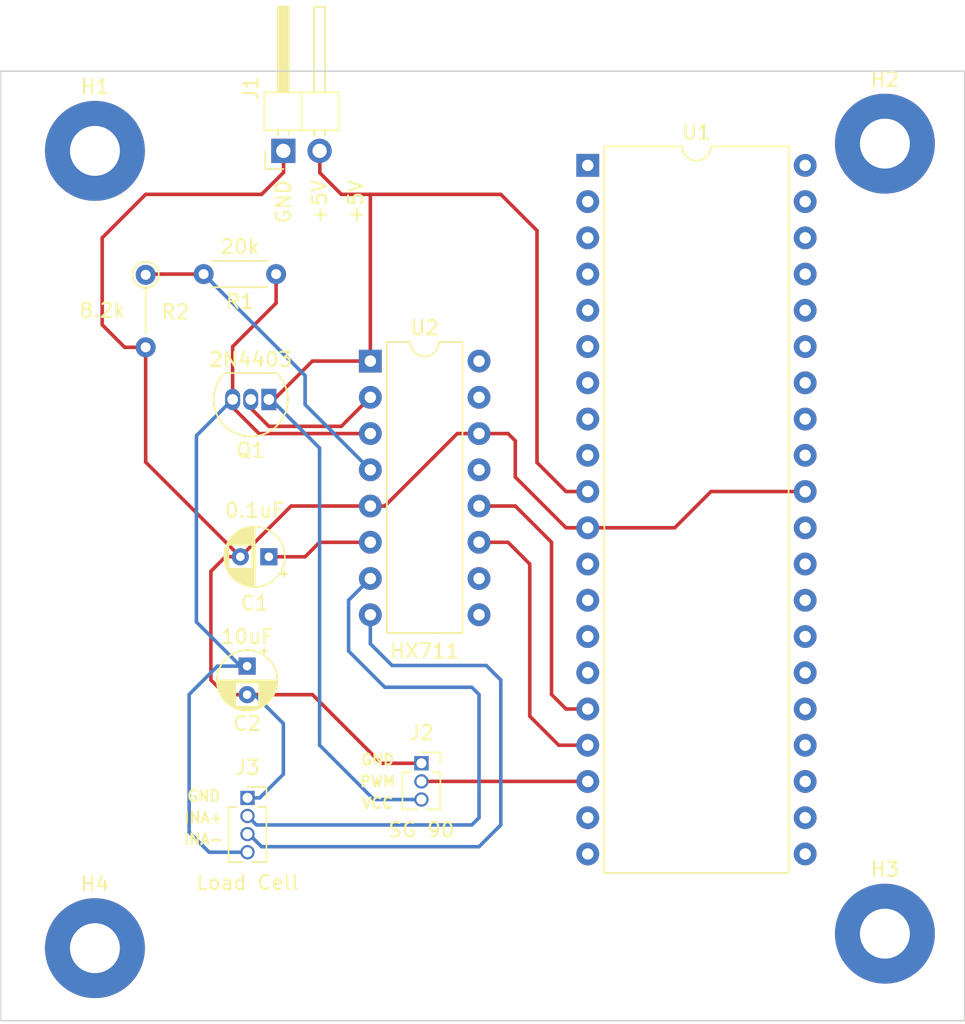
<source format=kicad_pcb>
(kicad_pcb (version 20211014) (generator pcbnew)
  (layers (0 "F.Cu" signal) (31 "B.Cu" signal) (34 "B.Paste" user) (35 "F.Paste" user) (36 "B.SilkS" user "B.Silkscreen") (37 "F.SilkS" user "F.Silkscreen") (38 "B.Mask" user) (39 "F.Mask" user) (44 "Edge.Cuts" user))
  (net 0 "")
  (net 1 "Net-(C1-Pad1)")
  (net 2 "Net-(C1-Pad2)")
  (net 3 "Net-(C2-Pad1)")
  (net 4 "Net-(J2-Pad2)")
  (net 5 "Net-(Q1-Pad2)")
  (net 6 "Net-(R1-Pad2)")
  (net 20 "Net-(U1-Pad16)")
  (net 21 "Net-(U1-Pad17)")
  (net 43 "Net-(J2-Pad3)")
  (net 44 "Net-(J3-Pad2)")
  (net 49 "Net-(J3-Pad3)")
  (footprint "Resistor_THT:R_Axial_DIN0204_L3.6mm_D1.6mm_P5.08mm_Vertical" (layer "F.Cu") (at 136.144 103.174 -90)
    (fp_text reference "R2" (at 2.602 -2.082 180) (layer "F.SilkS"))
    (fp_text value "8.2k" (at 2.49 3.048 180) (layer "F.SilkS"))
    (fp_line (start 0.92 0) (end 4.08 0) (layer "F.SilkS") (width 0.12))
    (fp_circle (center 0 0) (end 0.92 0) (layer "F.SilkS") (width 0.12) (fill none))
    (pad "1" thru_hole circle (at 0 0 270) (size 1.4 1.4) (drill 0.7) (layers *.Cu *.Mask) (net 6 "Net-(R1-Pad2)"))
    (pad "2" thru_hole oval (at 5.08 0 270) (size 1.4 1.4) (drill 0.7) (layers *.Cu *.Mask) (net 2 "Net-(C1-Pad2)"))
  )
  (footprint "MountingHole:MountingHole_3.5mm_Pad" (layer "F.Cu") (at 187.96 149.352)
    (fp_text reference "H3" (at 0 -4.5) (layer "F.SilkS"))
    (fp_text value "MountingHole")
    (pad "1" thru_hole circle (at 0 0) (size 7 7) (drill 3.5) (layers *.Cu *.Mask))
  )
  (footprint "MountingHole:MountingHole_3.5mm_Pad" (layer "F.Cu") (at 187.96 93.98)
    (fp_text reference "H2" (at 0 -4.5) (layer "F.SilkS"))
    (fp_text value "MountingHole")
    (pad "1" thru_hole circle (at 0 0) (size 7 7) (drill 3.5) (layers *.Cu *.Mask))
  )
  (footprint "Package_TO_SOT_THT:TO-92_Inline" (layer "F.Cu") (at 144.78 111.908 180)
    (fp_text reference "Q1" (at 1.27 -3.56) (layer "F.SilkS"))
    (fp_text value "2N4403" (at 1.27 2.79) (layer "F.SilkS"))
    (fp_line (start -0.53 1.85) (end 3.07 1.85) (layer "F.SilkS") (width 0.12))
    (fp_arc (start -0.568478 1.838478) (mid -1.132087 -0.994977) (end 1.27 -2.6) (layer "F.SilkS") (width 0.12))
    (fp_arc (start 1.27 -2.6) (mid 3.672087 -0.994977) (end 3.108478 1.838478) (layer "F.SilkS") (width 0.12))
    (pad "1" thru_hole rect (at 0 0 180) (size 1.05 1.5) (drill 0.75) (layers *.Cu *.Mask) (net 43 "Net-(J2-Pad3)"))
    (pad "2" thru_hole oval (at 1.27 0 180) (size 1.05 1.5) (drill 0.75) (layers *.Cu *.Mask) (net 5 "Net-(Q1-Pad2)"))
    (pad "3" thru_hole oval (at 2.54 0 180) (size 1.05 1.5) (drill 0.75) (layers *.Cu *.Mask) (net 3 "Net-(C2-Pad1)"))
  )
  (footprint "MountingHole:MountingHole_3.5mm_Pad" (layer "F.Cu") (at 132.588 150.368)
    (fp_text reference "H4" (at 0 -4.5) (layer "F.SilkS"))
    (fp_text value "MountingHole")
    (pad "1" thru_hole circle (at 0 0) (size 7 7) (drill 3.5) (layers *.Cu *.Mask))
  )
  (footprint "Connector_PinHeader_2.54mm:PinHeader_1x02_P2.54mm_Horizontal" (layer "F.Cu") (at 145.796 94.488 90)
    (fp_text reference "J1" (at 4.385 -2.27 90) (layer "F.SilkS"))
    (fp_text value "Conn_01x02")
    (fp_line (start 1.11 -0.38) (end 1.44 -0.38) (layer "F.SilkS") (width 0.12))
    (fp_line (start 1.042929 2.16) (end 1.44 2.16) (layer "F.SilkS") (width 0.12))
    (fp_line (start 10.1 2.92) (end 4.1 2.92) (layer "F.SilkS") (width 0.12))
    (fp_line (start 1.44 3.87) (end 4.1 3.87) (layer "F.SilkS") (width 0.12))
    (fp_line (start 4.1 2.16) (end 10.1 2.16) (layer "F.SilkS") (width 0.12))
    (fp_line (start 4.1 -0.08) (end 10.1 -0.08) (layer "F.SilkS") (width 0.12))
    (fp_line (start 10.1 2.16) (end 10.1 2.92) (layer "F.SilkS") (width 0.12))
    (fp_line (start 4.1 -0.38) (end 10.1 -0.38) (layer "F.SilkS") (width 0.12))
    (fp_line (start 4.1 0.28) (end 10.1 0.28) (layer "F.SilkS") (width 0.12))
    (fp_line (start 10.1 -0.38) (end 10.1 0.38) (layer "F.SilkS") (width 0.12))
    (fp_line (start -1.27 -1.27) (end 0 -1.27) (layer "F.SilkS") (width 0.12))
    (fp_line (start 10.1 0.38) (end 4.1 0.38) (layer "F.SilkS") (width 0.12))
    (fp_line (start 4.1 -0.2) (end 10.1 -0.2) (layer "F.SilkS") (width 0.12))
    (fp_line (start 1.042929 2.92) (end 1.44 2.92) (layer "F.SilkS") (width 0.12))
    (fp_line (start 1.44 1.27) (end 4.1 1.27) (layer "F.SilkS") (width 0.12))
    (fp_line (start -1.27 0) (end -1.27 -1.27) (layer "F.SilkS") (width 0.12))
    (fp_line (start 4.1 -0.32) (end 10.1 -0.32) (layer "F.SilkS") (width 0.12))
    (fp_line (start 4.1 -1.33) (end 1.44 -1.33) (layer "F.SilkS") (width 0.12))
    (fp_line (start 4.1 3.87) (end 4.1 -1.33) (layer "F.SilkS") (width 0.12))
    (fp_line (start 1.11 0.38) (end 1.44 0.38) (layer "F.SilkS") (width 0.12))
    (fp_line (start 1.44 -1.33) (end 1.44 3.87) (layer "F.SilkS") (width 0.12))
    (fp_line (start 4.1 0.16) (end 10.1 0.16) (layer "F.SilkS") (width 0.12))
    (fp_line (start 4.1 0.04) (end 10.1 0.04) (layer "F.SilkS") (width 0.12))
    (pad "1" thru_hole rect (at 0 0 90) (size 1.7 1.7) (drill 1) (layers *.Cu *.Mask) (net 2 "Net-(C1-Pad2)"))
    (pad "2" thru_hole oval (at 0 2.54 90) (size 1.7 1.7) (drill 1) (layers *.Cu *.Mask) (net 43 "Net-(J2-Pad3)"))
  )
  (footprint "Connector_PinSocket_1.27mm:PinSocket_1x04_P1.27mm_Vertical" (layer "F.Cu") (at 143.281 139.832)
    (fp_text reference "J3" (at 0 -2.135) (layer "F.SilkS"))
    (fp_text value "Load Cell" (at 0 5.945) (layer "F.SilkS"))
    (fp_line (start -1.33 0.635) (end -0.76 0.635) (layer "F.SilkS") (width 0.12))
    (fp_line (start 0 -0.76) (end 1.33 -0.76) (layer "F.SilkS") (width 0.12))
    (fp_line (start 0.30753 4.505) (end 1.33 4.505) (layer "F.SilkS") (width 0.12))
    (fp_line (start 0.76 0.635) (end 1.33 0.635) (layer "F.SilkS") (width 0.12))
    (fp_line (start 1.33 -0.76) (end 1.33 0) (layer "F.SilkS") (width 0.12))
    (fp_line (start -1.33 0.635) (end -1.33 4.505) (layer "F.SilkS") (width 0.12))
    (fp_line (start 1.33 0.635) (end 1.33 4.505) (layer "F.SilkS") (width 0.12))
    (fp_line (start -1.33 4.505) (end -0.30753 4.505) (layer "F.SilkS") (width 0.12))
    (pad "1" thru_hole rect (at 0 0) (size 1 1) (drill 0.7) (layers *.Cu *.Mask) (net 2 "Net-(C1-Pad2)"))
    (pad "2" thru_hole oval (at 0 1.27) (size 1 1) (drill 0.7) (layers *.Cu *.Mask) (net 44 "Net-(J3-Pad2)"))
    (pad "3" thru_hole oval (at 0 2.54) (size 1 1) (drill 0.7) (layers *.Cu *.Mask) (net 49 "Net-(J3-Pad3)"))
    (pad "4" thru_hole oval (at 0 3.81) (size 1 1) (drill 0.7) (layers *.Cu *.Mask) (net 3 "Net-(C2-Pad1)"))
  )
  (footprint "Capacitor_THT:CP_Radial_D4.0mm_P2.00mm" (layer "F.Cu") (at 144.78 122.936 180)
    (fp_text reference "C1" (at 1 -3.25) (layer "F.SilkS"))
    (fp_text value "0.1uF" (at 1 3.25) (layer "F.SilkS"))
    (fp_line (start 2.241 -1.68) (end 2.241 -0.84) (layer "F.SilkS") (width 0.12))
    (fp_line (start 1.841 0.84) (end 1.841 1.907) (layer "F.SilkS") (width 0.12))
    (fp_line (start 1.36 0.84) (end 1.36 2.05) (layer "F.SilkS") (width 0.12))
    (fp_line (start 1.48 -2.025) (end 1.48 -0.84) (layer "F.SilkS") (width 0.12))
    (fp_line (start 1.32 0.84) (end 1.32 2.056) (layer "F.SilkS") (width 0.12))
    (fp_line (start 2.281 0.84) (end 2.281 1.65) (layer "F.SilkS") (width 0.12))
    (fp_line (start 1.2 -2.071) (end 1.2 -0.84) (layer "F.SilkS") (width 0.12))
    (fp_line (start 3.041 -0.537) (end 3.041 0.537) (layer "F.SilkS") (width 0.12))
    (fp_line (start 2.801 0.84) (end 2.801 1.08) (layer "F.SilkS") (width 0.12))
    (fp_line (start 1.04 -2.08) (end 1.04 2.08) (layer "F.SilkS") (width 0.12))
    (fp_line (start 2.401 0.84) (end 2.401 1.552) (layer "F.SilkS") (width 0.12))
    (fp_line (start 1.6 -1.994) (end 1.6 -0.84) (layer "F.SilkS") (width 0.12))
    (fp_line (start 3.001 -0.664) (end 3.001 0.664) (layer "F.SilkS") (width 0.12))
    (fp_line (start 2.601 -1.351) (end 2.601 -0.84) (layer "F.SilkS") (width 0.12))
    (fp_line (start 1.881 -1.889) (end 1.881 -0.84) (layer "F.SilkS") (width 0.12))
    (fp_line (start -1.069801 -1.395) (end -1.069801 -0.995) (layer "F.SilkS") (width 0.12))
    (fp_line (start 2.321 -1.619) (end 2.321 -0.84) (layer "F.SilkS") (width 0.12))
    (fp_line (start 2.681 -1.254) (end 2.681 -0.84) (layer "F.SilkS") (width 0.12))
    (fp_line (start 1.52 -2.016) (end 1.52 -0.84) (layer "F.SilkS") (width 0.12))
    (fp_line (start 2.721 0.84) (end 2.721 1.2) (layer "F.SilkS") (width 0.12))
    (fp_line (start 1.961 -1.851) (end 1.961 -0.84) (layer "F.SilkS") (width 0.12))
    (fp_line (start 2.201 -1.708) (end 2.201 -0.84) (layer "F.SilkS") (width 0.12))
    (fp_line (start 1.32 -2.056) (end 1.32 -0.84) (layer "F.SilkS") (width 0.12))
    (fp_line (start 1.68 0.84) (end 1.68 1.968) (layer "F.SilkS") (width 0.12))
    (fp_line (start 2.521 -1.438) (end 2.521 -0.84) (layer "F.SilkS") (width 0.12))
    (fp_line (start 2.761 -1.142) (end 2.761 -0.84) (layer "F.SilkS") (width 0.12))
    (fp_line (start 2.081 0.84) (end 2.081 1.785) (layer "F.SilkS") (width 0.12))
    (fp_line (start 2.161 0.84) (end 2.161 1.735) (layer "F.SilkS") (width 0.12))
    (fp_line (start 2.721 -1.2) (end 2.721 -0.84) (layer "F.SilkS") (width 0.12))
    (fp_line (start 1.801 -1.924) (end 1.801 -0.84) (layer "F.SilkS") (width 0.12))
    (fp_line (start 1.56 -2.005) (end 1.56 -0.84) (layer "F.SilkS") (width 0.12))
    (fp_line (start 1.36 -2.05) (end 1.36 -0.84) (layer "F.SilkS") (width 0.12))
    (fp_line (start 2.841 -1.013) (end 2.841 1.013) (layer "F.SilkS") (width 0.12))
    (fp_line (start 1.64 -1.982) (end 1.64 -0.84) (layer "F.SilkS") (width 0.12))
    (fp_line (start 1.921 -1.87) (end 1.921 -0.84) (layer "F.SilkS") (width 0.12))
    (fp_line (start 1.4 0.84) (end 1.4 2.042) (layer "F.SilkS") (width 0.12))
    (fp_line (start 2.241 0.84) (end 2.241 1.68) (layer "F.SilkS") (width 0.12))
    (fp_line (start 1.721 -1.954) (end 1.721 -0.84) (layer "F.SilkS") (width 0.12))
    (fp_line (start 1.52 0.84) (end 1.52 2.016) (layer "F.SilkS") (width 0.12))
    (fp_line (start 1.44 0.84) (end 1.44 2.034) (layer "F.SilkS") (width 0.12))
    (fp_line (start 2.441 -1.516) (end 2.441 -0.84) (layer "F.SilkS") (width 0.12))
    (fp_line (start 2.001 -1.83) (end 2.001 -0.84) (layer "F.SilkS") (width 0.12))
    (fp_line (start 2.521 0.84) (end 2.521 1.438) (layer "F.SilkS") (width 0.12))
    (fp_line (start 2.041 -1.808) (end 2.041 -0.84) (layer "F.SilkS") (width 0.12))
    (fp_line (start 1.56 0.84) (end 1.56 2.005) (layer "F.SilkS") (width 0.12))
    (fp_line (start 1.16 -2.074) (end 1.16 2.074) (layer "F.SilkS") (width 0.12))
    (fp_line (start 1.921 0.84) (end 1.921 1.87) (layer "F.SilkS") (width 0.12))
    (fp_line (start 2.561 0.84) (end 2.561 1.396) (layer "F.SilkS") (width 0.12))
    (fp_line (start 2.481 0.84) (end 2.481 1.478) (layer "F.SilkS") (width 0.12))
    (fp_line (start 2.441 0.84) (end 2.441 1.516) (layer "F.SilkS") (width 0.12))
    (fp_line (start 2.361 0.84) (end 2.361 1.587) (layer "F.SilkS") (width 0.12))
    (fp_line (start 2.641 -1.304) (end 2.641 -0.84) (layer "F.SilkS") (width 0.12))
    (fp_line (start 2.361 -1.587) (end 2.361 -0.84) (layer "F.SilkS") (width 0.12))
    (fp_line (start 1.6 0.84) (end 1.6 1.994) (layer "F.SilkS") (width 0.12))
    (fp_line (start -1.269801 -1.195) (end -0.869801 -1.195) (layer "F.SilkS") (width 0.12))
    (fp_line (start 2.601 0.84) (end 2.601 1.351) (layer "F.SilkS") (width 0.12))
    (fp_line (start 1.4 -2.042) (end 1.4 -0.84) (layer "F.SilkS") (width 0.12))
    (fp_line (start 1.24 -2.067) (end 1.24 -0.84) (layer "F.SilkS") (width 0.12))
    (fp_line (start 2.561 -1.396) (end 2.561 -0.84) (layer "F.SilkS") (width 0.12))
    (fp_line (start 1.64 0.84) (end 1.64 1.982) (layer "F.SilkS") (width 0.12))
    (fp_line (start 1.961 0.84) (end 1.961 1.851) (layer "F.SilkS") (width 0.12))
    (fp_line (start 1.761 0.84) (end 1.761 1.94) (layer "F.SilkS") (width 0.12))
    (fp_line (start 1.721 0.84) (end 1.721 1.954) (layer "F.SilkS") (width 0.12))
    (fp_line (start 2.761 0.84) (end 2.761 1.142) (layer "F.SilkS") (width 0.12))
    (fp_line (start 2.121 -1.76) (end 2.121 -0.84) (layer "F.SilkS") (width 0.12))
    (fp_line (start 1.12 -2.077) (end 1.12 2.077) (layer "F.SilkS") (width 0.12))
    (fp_line (start 1.28 -2.062) (end 1.28 -0.84) (layer "F.SilkS") (width 0.12))
    (fp_line (start 2.121 0.84) (end 2.121 1.76) (layer "F.SilkS") (width 0.12))
    (fp_line (start 2.201 0.84) (end 2.201 1.708) (layer "F.SilkS") (width 0.12))
    (fp_line (start 1.841 -1.907) (end 1.841 -0.84) (layer "F.SilkS") (width 0.12))
    (fp_line (start 2.081 -1.785) (end 2.081 -0.84) (layer "F.SilkS") (width 0.12))
    (fp_line (start 1.801 0.84) (end 1.801 1.924) (layer "F.SilkS") (width 0.12))
    (fp_line (start 1.2 0.84) (end 1.2 2.071) (layer "F.SilkS") (width 0.12))
    (fp_line (start 1.28 0.84) (end 1.28 2.062) (layer "F.SilkS") (width 0.12))
    (fp_line (start 2.321 0.84) (end 2.321 1.619) (layer "F.SilkS") (width 0.12))
    (fp_line (start 1.761 -1.94) (end 1.761 -0.84) (layer "F.SilkS") (width 0.12))
    (fp_line (start 2.041 0.84) (end 2.041 1.808) (layer "F.SilkS") (width 0.12))
    (fp_line (start 1.48 0.84) (end 1.48 2.025) (layer "F.SilkS") (width 0.12))
    (fp_line (start 1.24 0.84) (end 1.24 2.067) (layer "F.SilkS") (width 0.12))
    (fp_line (start 1.881 0.84) (end 1.881 1.889) (layer "F.SilkS") (width 0.12))
    (fp_line (start 2.401 -1.552) (end 2.401 -0.84) (layer "F.SilkS") (width 0.12))
    (fp_line (start 1.68 -1.968) (end 1.68 -0.84) (layer "F.SilkS") (width 0.12))
    (fp_line (start 3.081 -0.37) (end 3.081 0.37) (layer "F.SilkS") (width 0.12))
    (fp_line (start 2.801 -1.08) (end 2.801 -0.84) (layer "F.SilkS") (width 0.12))
    (fp_line (start 1 -2.08) (end 1 2.08) (layer "F.SilkS") (width 0.12))
    (fp_line (start 2.161 -1.735) (end 2.161 -0.84) (layer "F.SilkS") (width 0.12))
    (fp_line (start 1.08 -2.079) (end 1.08 2.079) (layer "F.SilkS") (width 0.12))
    (fp_line (start 2.001 0.84) (end 2.001 1.83) (layer "F.SilkS") (width 0.12))
    (fp_line (start 2.961 -0.768) (end 2.961 0.768) (layer "F.SilkS") (width 0.12))
    (fp_line (start 1.44 -2.034) (end 1.44 -0.84) (layer "F.SilkS") (width 0.12))
    (fp_line (start 2.281 -1.65) (end 2.281 -0.84) (layer "F.SilkS") (width 0.12))
    (fp_line (start 2.481 -1.478) (end 2.481 -0.84) (layer "F.SilkS") (width 0.12))
    (fp_line (start 2.881 -0.94) (end 2.881 0.94) (layer "F.SilkS") (width 0.12))
    (fp_line (start 2.641 0.84) (end 2.641 1.304) (layer "F.SilkS") (width 0.12))
    (fp_line (start 2.681 0.84) (end 2.681 1.254) (layer "F.SilkS") (width 0.12))
    (fp_line (start 2.921 -0.859) (end 2.921 0.859) (layer "F.SilkS") (width 0.12))
    (fp_circle (center 1 0) (end 3.12 0) (layer "F.SilkS") (width 0.12) (fill none))
    (pad "1" thru_hole rect (at 0 0 180) (size 1.2 1.2) (drill 0.6) (layers *.Cu *.Mask) (net 1 "Net-(C1-Pad1)"))
    (pad "2" thru_hole circle (at 2 0 180) (size 1.2 1.2) (drill 0.6) (layers *.Cu *.Mask) (net 2 "Net-(C1-Pad2)"))
  )
  (footprint "Connector_PinSocket_1.27mm:PinSocket_1x03_P1.27mm_Vertical" (layer "F.Cu") (at 155.473 137.409)
    (fp_text reference "J2" (at 0 -2.135) (layer "F.SilkS"))
    (fp_text value "SG 90" (at 0 4.675) (layer "F.SilkS"))
    (fp_line (start -1.33 3.235) (end -0.30753 3.235) (layer "F.SilkS") (width 0.12))
    (fp_line (start 1.33 -0.76) (end 1.33 0) (layer "F.SilkS") (width 0.12))
    (fp_line (start 1.33 0.635) (end 1.33 3.235) (layer "F.SilkS") (width 0.12))
    (fp_line (start 0.76 0.635) (end 1.33 0.635) (layer "F.SilkS") (width 0.12))
    (fp_line (start -1.33 0.635) (end -0.76 0.635) (layer "F.SilkS") (width 0.12))
    (fp_line (start 0 -0.76) (end 1.33 -0.76) (layer "F.SilkS") (width 0.12))
    (fp_line (start -1.33 0.635) (end -1.33 3.235) (layer "F.SilkS") (width 0.12))
    (fp_line (start 0.30753 3.235) (end 1.33 3.235) (layer "F.SilkS") (width 0.12))
    (pad "1" thru_hole rect (at 0 0) (size 1 1) (drill 0.7) (layers *.Cu *.Mask) (net 2 "Net-(C1-Pad2)"))
    (pad "2" thru_hole oval (at 0 1.27) (size 1 1) (drill 0.7) (layers *.Cu *.Mask) (net 4 "Net-(J2-Pad2)"))
    (pad "3" thru_hole oval (at 0 2.54) (size 1 1) (drill 0.7) (layers *.Cu *.Mask) (net 43 "Net-(J2-Pad3)"))
  )
  (footprint "Package_DIP:DIP-14_W7.62mm" (layer "F.Cu") (at 151.892 109.22)
    (fp_text reference "U2" (at 3.81 -2.33) (layer "F.SilkS"))
    (fp_text value "HX711" (at 3.81 20.32) (layer "F.SilkS"))
    (fp_line (start 1.16 -1.33) (end 1.16 16.57) (layer "F.SilkS") (width 0.12))
    (fp_line (start 2.81 -1.33) (end 1.16 -1.33) (layer "F.SilkS") (width 0.12))
    (fp_line (start 1.16 19.05) (end 6.46 19.05) (layer "F.SilkS") (width 0.12))
    (fp_line (start 6.46 -1.33) (end 4.81 -1.33) (layer "F.SilkS") (width 0.12))
    (fp_line (start 1.16 19.05) (end 1.16 16.57) (layer "F.SilkS") (width 0.12))
    (fp_line (start 6.46 16.57) (end 6.46 -1.33) (layer "F.SilkS") (width 0.12))
    (fp_line (start 6.46 16.57) (end 6.46 19.05) (layer "F.SilkS") (width 0.12))
    (fp_arc (start 4.81 -1.33) (mid 3.81 -0.33) (end 2.81 -1.33) (layer "F.SilkS") (width 0.12))
    (pad "1" thru_hole rect (at 0 0) (size 1.6 1.6) (drill 0.8) (layers *.Cu *.Mask) (net 43 "Net-(J2-Pad3)"))
    (pad "2" thru_hole oval (at 0 2.54) (size 1.6 1.6) (drill 0.8) (layers *.Cu *.Mask) (net 5 "Net-(Q1-Pad2)"))
    (pad "3" thru_hole oval (at 0 5.08) (size 1.6 1.6) (drill 0.8) (layers *.Cu *.Mask) (net 3 "Net-(C2-Pad1)"))
    (pad "4" thru_hole oval (at 0 7.62) (size 1.6 1.6) (drill 0.8) (layers *.Cu *.Mask) (net 6 "Net-(R1-Pad2)"))
    (pad "5" thru_hole oval (at 0 10.16) (size 1.6 1.6) (drill 0.8) (layers *.Cu *.Mask) (net 2 "Net-(C1-Pad2)"))
    (pad "6" thru_hole oval (at 0 12.7) (size 1.6 1.6) (drill 0.8) (layers *.Cu *.Mask) (net 1 "Net-(C1-Pad1)"))
    (pad "7" thru_hole oval (at 0 15.24) (size 1.6 1.6) (drill 0.8) (layers *.Cu *.Mask) (net 44 "Net-(J3-Pad2)"))
    (pad "8" thru_hole oval (at 0 17.78) (size 1.6 1.6) (drill 0.8) (layers *.Cu *.Mask) (net 49 "Net-(J3-Pad3)"))
    (pad "9" thru_hole oval (at 7.62 17.78) (size 1.6 1.6) (drill 0.8) (layers *.Cu *.Mask))
    (pad "10" thru_hole oval (at 7.62 15.24) (size 1.6 1.6) (drill 0.8) (layers *.Cu *.Mask))
    (pad "11" thru_hole oval (at 7.62 12.7) (size 1.6 1.6) (drill 0.8) (layers *.Cu *.Mask) (net 21 "Net-(U1-Pad17)"))
    (pad "12" thru_hole oval (at 7.62 10.16) (size 1.6 1.6) (drill 0.8) (layers *.Cu *.Mask) (net 20 "Net-(U1-Pad16)"))
    (pad "13" thru_hole oval (at 7.62 7.62) (size 1.6 1.6) (drill 0.8) (layers *.Cu *.Mask))
    (pad "14" thru_hole oval (at 7.62 5.08) (size 1.6 1.6) (drill 0.8) (layers *.Cu *.Mask) (net 2 "Net-(C1-Pad2)"))
    (pad "15" thru_hole oval (at 7.62 2.54) (size 1.6 1.6) (drill 0.8) (layers *.Cu *.Mask) (net 2 "Net-(C1-Pad2)"))
    (pad "16" thru_hole oval (at 7.62 0) (size 1.6 1.6) (drill 0.8) (layers *.Cu *.Mask))
  )
  (footprint "Package_DIP:DIP-40_W15.24mm" (layer "F.Cu") (at 167.132 95.504)
    (fp_text reference "U1" (at 7.62 -2.33) (layer "F.SilkS"))
    (fp_text value "ATmega32")
    (fp_line (start 14.08 -1.33) (end 8.62 -1.33) (layer "F.SilkS") (width 0.12))
    (fp_line (start 6.62 -1.33) (end 1.16 -1.33) (layer "F.SilkS") (width 0.12))
    (fp_line (start 14.08 49.59) (end 14.08 -1.33) (layer "F.SilkS") (width 0.12))
    (fp_line (start 1.16 -1.33) (end 1.16 49.59) (layer "F.SilkS") (width 0.12))
    (fp_line (start 1.16 49.59) (end 14.08 49.59) (layer "F.SilkS") (width 0.12))
    (fp_arc (start 8.62 -1.33) (mid 7.62 -0.33) (end 6.62 -1.33) (layer "F.SilkS") (width 0.12))
    (pad "1" thru_hole rect (at 0 0) (size 1.6 1.6) (drill 0.8) (layers *.Cu *.Mask))
    (pad "2" thru_hole oval (at 0 2.54) (size 1.6 1.6) (drill 0.8) (layers *.Cu *.Mask))
    (pad "3" thru_hole oval (at 0 5.08) (size 1.6 1.6) (drill 0.8) (layers *.Cu *.Mask))
    (pad "4" thru_hole oval (at 0 7.62) (size 1.6 1.6) (drill 0.8) (layers *.Cu *.Mask))
    (pad "5" thru_hole oval (at 0 10.16) (size 1.6 1.6) (drill 0.8) (layers *.Cu *.Mask))
    (pad "6" thru_hole oval (at 0 12.7) (size 1.6 1.6) (drill 0.8) (layers *.Cu *.Mask))
    (pad "7" thru_hole oval (at 0 15.24) (size 1.6 1.6) (drill 0.8) (layers *.Cu *.Mask))
    (pad "8" thru_hole oval (at 0 17.78) (size 1.6 1.6) (drill 0.8) (layers *.Cu *.Mask))
    (pad "9" thru_hole oval (at 0 20.32) (size 1.6 1.6) (drill 0.8) (layers *.Cu *.Mask))
    (pad "10" thru_hole oval (at 0 22.86) (size 1.6 1.6) (drill 0.8) (layers *.Cu *.Mask) (net 43 "Net-(J2-Pad3)"))
    (pad "11" thru_hole oval (at 0 25.4) (size 1.6 1.6) (drill 0.8) (layers *.Cu *.Mask) (net 2 "Net-(C1-Pad2)"))
    (pad "12" thru_hole oval (at 0 27.94) (size 1.6 1.6) (drill 0.8) (layers *.Cu *.Mask))
    (pad "13" thru_hole oval (at 0 30.48) (size 1.6 1.6) (drill 0.8) (layers *.Cu *.Mask))
    (pad "14" thru_hole oval (at 0 33.02) (size 1.6 1.6) (drill 0.8) (layers *.Cu *.Mask))
    (pad "15" thru_hole oval (at 0 35.56) (size 1.6 1.6) (drill 0.8) (layers *.Cu *.Mask))
    (pad "16" thru_hole oval (at 0 38.1) (size 1.6 1.6) (drill 0.8) (layers *.Cu *.Mask) (net 20 "Net-(U1-Pad16)"))
    (pad "17" thru_hole oval (at 0 40.64) (size 1.6 1.6) (drill 0.8) (layers *.Cu *.Mask) (net 21 "Net-(U1-Pad17)"))
    (pad "18" thru_hole oval (at 0 43.18) (size 1.6 1.6) (drill 0.8) (layers *.Cu *.Mask) (net 4 "Net-(J2-Pad2)"))
    (pad "19" thru_hole oval (at 0 45.72) (size 1.6 1.6) (drill 0.8) (layers *.Cu *.Mask))
    (pad "20" thru_hole oval (at 0 48.26) (size 1.6 1.6) (drill 0.8) (layers *.Cu *.Mask))
    (pad "21" thru_hole oval (at 15.24 48.26) (size 1.6 1.6) (drill 0.8) (layers *.Cu *.Mask))
    (pad "22" thru_hole oval (at 15.24 45.72) (size 1.6 1.6) (drill 0.8) (layers *.Cu *.Mask))
    (pad "23" thru_hole oval (at 15.24 43.18) (size 1.6 1.6) (drill 0.8) (layers *.Cu *.Mask))
    (pad "24" thru_hole oval (at 15.24 40.64) (size 1.6 1.6) (drill 0.8) (layers *.Cu *.Mask))
    (pad "25" thru_hole oval (at 15.24 38.1) (size 1.6 1.6) (drill 0.8) (layers *.Cu *.Mask))
    (pad "26" thru_hole oval (at 15.24 35.56) (size 1.6 1.6) (drill 0.8) (layers *.Cu *.Mask))
    (pad "27" thru_hole oval (at 15.24 33.02) (size 1.6 1.6) (drill 0.8) (layers *.Cu *.Mask))
    (pad "28" thru_hole oval (at 15.24 30.48) (size 1.6 1.6) (drill 0.8) (layers *.Cu *.Mask))
    (pad "29" thru_hole oval (at 15.24 27.94) (size 1.6 1.6) (drill 0.8) (layers *.Cu *.Mask))
    (pad "30" thru_hole oval (at 15.24 25.4) (size 1.6 1.6) (drill 0.8) (layers *.Cu *.Mask))
    (pad "31" thru_hole oval (at 15.24 22.86) (size 1.6 1.6) (drill 0.8) (layers *.Cu *.Mask) (net 2 "Net-(C1-Pad2)"))
    (pad "32" thru_hole oval (at 15.24 20.32) (size 1.6 1.6) (drill 0.8) (layers *.Cu *.Mask))
    (pad "33" thru_hole oval (at 15.24 17.78) (size 1.6 1.6) (drill 0.8) (layers *.Cu *.Mask))
    (pad "34" thru_hole oval (at 15.24 15.24) (size 1.6 1.6) (drill 0.8) (layers *.Cu *.Mask))
    (pad "35" thru_hole oval (at 15.24 12.7) (size 1.6 1.6) (drill 0.8) (layers *.Cu *.Mask))
    (pad "36" thru_hole oval (at 15.24 10.16) (size 1.6 1.6) (drill 0.8) (layers *.Cu *.Mask))
    (pad "37" thru_hole oval (at 15.24 7.62) (size 1.6 1.6) (drill 0.8) (layers *.Cu *.Mask))
    (pad "38" thru_hole oval (at 15.24 5.08) (size 1.6 1.6) (drill 0.8) (layers *.Cu *.Mask))
    (pad "39" thru_hole oval (at 15.24 2.54) (size 1.6 1.6) (drill 0.8) (layers *.Cu *.Mask))
    (pad "40" thru_hole oval (at 15.24 0) (size 1.6 1.6) (drill 0.8) (layers *.Cu *.Mask))
  )
  (footprint "Resistor_THT:R_Axial_DIN0204_L3.6mm_D1.6mm_P5.08mm_Horizontal" (layer "F.Cu") (at 145.288 103.124 180)
    (fp_text reference "R1" (at 2.54 -1.92) (layer "F.SilkS"))
    (fp_text value "20k" (at 2.54 1.92) (layer "F.SilkS"))
    (fp_line (start 0.62 -0.92) (end 4.46 -0.92) (layer "F.SilkS") (width 0.12))
    (fp_line (start 0.62 0.92) (end 4.46 0.92) (layer "F.SilkS") (width 0.12))
    (pad "1" thru_hole circle (at 0 0 180) (size 1.4 1.4) (drill 0.7) (layers *.Cu *.Mask) (net 3 "Net-(C2-Pad1)"))
    (pad "2" thru_hole oval (at 5.08 0 180) (size 1.4 1.4) (drill 0.7) (layers *.Cu *.Mask) (net 6 "Net-(R1-Pad2)"))
  )
  (footprint "Capacitor_THT:CP_Radial_D4.0mm_P2.00mm" (layer "F.Cu") (at 143.256 130.599401 -90)
    (fp_text reference "C2" (at 4.020599 0 180) (layer "F.SilkS"))
    (fp_text value "10uF" (at -2.075401 0 180) (layer "F.SilkS"))
    (fp_line (start 2.801 0.84) (end 2.801 1.08) (layer "F.SilkS") (width 0.12))
    (fp_line (start 1.921 0.84) (end 1.921 1.87) (layer "F.SilkS") (width 0.12))
    (fp_line (start 2.801 -1.08) (end 2.801 -0.84) (layer "F.SilkS") (width 0.12))
    (fp_line (start 1 -2.08) (end 1 2.08) (layer "F.SilkS") (width 0.12))
    (fp_line (start 1.24 -2.067) (end 1.24 -0.84) (layer "F.SilkS") (width 0.12))
    (fp_line (start 2.281 -1.65) (end 2.281 -0.84) (layer "F.SilkS") (width 0.12))
    (fp_line (start 1.4 0.84) (end 1.4 2.042) (layer "F.SilkS") (width 0.12))
    (fp_line (start 2.721 0.84) (end 2.721 1.2) (layer "F.SilkS") (width 0.12))
    (fp_line (start 2.121 0.84) (end 2.121 1.76) (layer "F.SilkS") (width 0.12))
    (fp_line (start 2.761 0.84) (end 2.761 1.142) (layer "F.SilkS") (width 0.12))
    (fp_line (start 3.081 -0.37) (end 3.081 0.37) (layer "F.SilkS") (width 0.12))
    (fp_line (start 1.961 0.84) (end 1.961 1.851) (layer "F.SilkS") (width 0.12))
    (fp_line (start 2.481 0.84) (end 2.481 1.478) (layer "F.SilkS") (width 0.12))
    (fp_line (start 2.521 -1.438) (end 2.521 -0.84) (layer "F.SilkS") (width 0.12))
    (fp_line (start 1.32 -2.056) (end 1.32 -0.84) (layer "F.SilkS") (width 0.12))
    (fp_line (start 3.041 -0.537) (end 3.041 0.537) (layer "F.SilkS") (width 0.12))
    (fp_line (start 1.08 -2.079) (end 1.08 2.079) (layer "F.SilkS") (width 0.12))
    (fp_line (start 1.48 0.84) (end 1.48 2.025) (layer "F.SilkS") (width 0.12))
    (fp_line (start 1.52 0.84) (end 1.52 2.016) (layer "F.SilkS") (width 0.12))
    (fp_line (start 1.761 0.84) (end 1.761 1.94) (layer "F.SilkS") (width 0.12))
    (fp_line (start 3.001 -0.664) (end 3.001 0.664) (layer "F.SilkS") (width 0.12))
    (fp_line (start 2.281 0.84) (end 2.281 1.65) (layer "F.SilkS") (width 0.12))
    (fp_line (start 2.001 0.84) (end 2.001 1.83) (layer "F.SilkS") (width 0.12))
    (fp_line (start 1.761 -1.94) (end 1.761 -0.84) (layer "F.SilkS") (width 0.12))
    (fp_line (start -1.269801 -1.195) (end -0.869801 -1.195) (layer "F.SilkS") (width 0.12))
    (fp_line (start 1.52 -2.016) (end 1.52 -0.84) (layer "F.SilkS") (width 0.12))
    (fp_line (start 1.801 -1.924) (end 1.801 -0.84) (layer "F.SilkS") (width 0.12))
    (fp_line (start 1.68 -1.968) (end 1.68 -0.84) (layer "F.SilkS") (width 0.12))
    (fp_line (start 2.961 -0.768) (end 2.961 0.768) (layer "F.SilkS") (width 0.12))
    (fp_line (start 1.961 -1.851) (end 1.961 -0.84) (layer "F.SilkS") (width 0.12))
    (fp_line (start 2.841 -1.013) (end 2.841 1.013) (layer "F.SilkS") (width 0.12))
    (fp_line (start 2.601 0.84) (end 2.601 1.351) (layer "F.SilkS") (width 0.12))
    (fp_line (start 2.201 0.84) (end 2.201 1.708) (layer "F.SilkS") (width 0.12))
    (fp_line (start 2.161 0.84) (end 2.161 1.735) (layer "F.SilkS") (width 0.12))
    (fp_line (start 2.441 -1.516) (end 2.441 -0.84) (layer "F.SilkS") (width 0.12))
    (fp_line (start 1.2 0.84) (end 1.2 2.071) (layer "F.SilkS") (width 0.12))
    (fp_line (start 1.12 -2.077) (end 1.12 2.077) (layer "F.SilkS") (width 0.12))
    (fp_line (start 2.441 0.84) (end 2.441 1.516) (layer "F.SilkS") (width 0.12))
    (fp_line (start 1.56 -2.005) (end 1.56 -0.84) (layer "F.SilkS") (width 0.12))
    (fp_line (start 2.881 -0.94) (end 2.881 0.94) (layer "F.SilkS") (width 0.12))
    (fp_line (start 2.721 -1.2) (end 2.721 -0.84) (layer "F.SilkS") (width 0.12))
    (fp_line (start 2.481 -1.478) (end 2.481 -0.84) (layer "F.SilkS") (width 0.12))
    (fp_line (start 2.361 0.84) (end 2.361 1.587) (layer "F.SilkS") (width 0.12))
    (fp_line (start 2.561 -1.396) (end 2.561 -0.84) (layer "F.SilkS") (width 0.12))
    (fp_line (start 2.241 -1.68) (end 2.241 -0.84) (layer "F.SilkS") (width 0.12))
    (fp_line (start 1.44 0.84) (end 1.44 2.034) (layer "F.SilkS") (width 0.12))
    (fp_line (start 1.32 0.84) (end 1.32 2.056) (layer "F.SilkS") (width 0.12))
    (fp_line (start 2.681 0.84) (end 2.681 1.254) (layer "F.SilkS") (width 0.12))
    (fp_line (start 1.36 0.84) (end 1.36 2.05) (layer "F.SilkS") (width 0.12))
    (fp_line (start 2.121 -1.76) (end 2.121 -0.84) (layer "F.SilkS") (width 0.12))
    (fp_line (start 1.6 -1.994) (end 1.6 -0.84) (layer "F.SilkS") (width 0.12))
    (fp_line (start 1.44 -2.034) (end 1.44 -0.84) (layer "F.SilkS") (width 0.12))
    (fp_line (start 1.721 0.84) (end 1.721 1.954) (layer "F.SilkS") (width 0.12))
    (fp_line (start 1.721 -1.954) (end 1.721 -0.84) (layer "F.SilkS") (width 0.12))
    (fp_line (start 2.001 -1.83) (end 2.001 -0.84) (layer "F.SilkS") (width 0.12))
    (fp_line (start -1.069801 -1.395) (end -1.069801 -0.995) (layer "F.SilkS") (width 0.12))
    (fp_line (start 1.68 0.84) (end 1.68 1.968) (layer "F.SilkS") (width 0.12))
    (fp_line (start 1.28 -2.062) (end 1.28 -0.84) (layer "F.SilkS") (width 0.12))
    (fp_line (start 2.161 -1.735) (end 2.161 -0.84) (layer "F.SilkS") (width 0.12))
    (fp_line (start 1.64 -1.982) (end 1.64 -0.84) (layer "F.SilkS") (width 0.12))
    (fp_line (start 2.361 -1.587) (end 2.361 -0.84) (layer "F.SilkS") (width 0.12))
    (fp_line (start 2.681 -1.254) (end 2.681 -0.84) (layer "F.SilkS") (width 0.12))
    (fp_line (start 2.761 -1.142) (end 2.761 -0.84) (layer "F.SilkS") (width 0.12))
    (fp_line (start 1.56 0.84) (end 1.56 2.005) (layer "F.SilkS") (width 0.12))
    (fp_line (start 2.401 -1.552) (end 2.401 -0.84) (layer "F.SilkS") (width 0.12))
    (fp_line (start 1.881 -1.889) (end 1.881 -0.84) (layer "F.SilkS") (width 0.12))
    (fp_line (start 2.321 -1.619) (end 2.321 -0.84) (layer "F.SilkS") (width 0.12))
    (fp_line (start 2.041 0.84) (end 2.041 1.808) (layer "F.SilkS") (width 0.12))
    (fp_line (start 2.241 0.84) (end 2.241 1.68) (layer "F.SilkS") (width 0.12))
    (fp_line (start 1.6 0.84) (end 1.6 1.994) (layer "F.SilkS") (width 0.12))
    (fp_line (start 2.561 0.84) (end 2.561 1.396) (layer "F.SilkS") (width 0.12))
    (fp_line (start 1.841 0.84) (end 1.841 1.907) (layer "F.SilkS") (width 0.12))
    (fp_line (start 1.801 0.84) (end 1.801 1.924) (layer "F.SilkS") (width 0.12))
    (fp_line (start 1.24 0.84) (end 1.24 2.067) (layer "F.SilkS") (width 0.12))
    (fp_line (start 1.48 -2.025) (end 1.48 -0.84) (layer "F.SilkS") (width 0.12))
    (fp_line (start 2.081 0.84) (end 2.081 1.785) (layer "F.SilkS") (width 0.12))
    (fp_line (start 1.841 -1.907) (end 1.841 -0.84) (layer "F.SilkS") (width 0.12))
    (fp_line (start 1.04 -2.08) (end 1.04 2.08) (layer "F.SilkS") (width 0.12))
    (fp_line (start 1.16 -2.074) (end 1.16 2.074) (layer "F.SilkS") (width 0.12))
    (fp_line (start 1.4 -2.042) (end 1.4 -0.84) (layer "F.SilkS") (width 0.12))
    (fp_line (start 2.641 0.84) (end 2.641 1.304) (layer "F.SilkS") (width 0.12))
    (fp_line (start 2.521 0.84) (end 2.521 1.438) (layer "F.SilkS") (width 0.12))
    (fp_line (start 2.641 -1.304) (end 2.641 -0.84) (layer "F.SilkS") (width 0.12))
    (fp_line (start 1.881 0.84) (end 1.881 1.889) (layer "F.SilkS") (width 0.12))
    (fp_line (start 1.64 0.84) (end 1.64 1.982) (layer "F.SilkS") (width 0.12))
    (fp_line (start 2.201 -1.708) (end 2.201 -0.84) (layer "F.SilkS") (width 0.12))
    (fp_line (start 2.921 -0.859) (end 2.921 0.859) (layer "F.SilkS") (width 0.12))
    (fp_line (start 1.921 -1.87) (end 1.921 -0.84) (layer "F.SilkS") (width 0.12))
    (fp_line (start 2.081 -1.785) (end 2.081 -0.84) (layer "F.SilkS") (width 0.12))
    (fp_line (start 2.321 0.84) (end 2.321 1.619) (layer "F.SilkS") (width 0.12))
    (fp_line (start 2.041 -1.808) (end 2.041 -0.84) (layer "F.SilkS") (width 0.12))
    (fp_line (start 1.28 0.84) (end 1.28 2.062) (layer "F.SilkS") (width 0.12))
    (fp_line (start 1.2 -2.071) (end 1.2 -0.84) (layer "F.SilkS") (width 0.12))
    (fp_line (start 2.601 -1.351) (end 2.601 -0.84) (layer "F.SilkS") (width 0.12))
    (fp_line (start 1.36 -2.05) (end 1.36 -0.84) (layer "F.SilkS") (width 0.12))
    (fp_line (start 2.401 0.84) (end 2.401 1.552) (layer "F.SilkS") (width 0.12))
    (fp_circle (center 1 0) (end 3.12 0) (layer "F.SilkS") (width 0.12) (fill none))
    (pad "1" thru_hole rect (at 0 0 270) (size 1.2 1.2) (drill 0.6) (layers *.Cu *.Mask) (net 3 "Net-(C2-Pad1)"))
    (pad "2" thru_hole circle (at 2 0 270) (size 1.2 1.2) (drill 0.6) (layers *.Cu *.Mask) (net 2 "Net-(C1-Pad2)"))
  )
  (footprint "MountingHole:MountingHole_3.5mm_Pad" (layer "F.Cu") (at 132.588 94.488)
    (fp_text reference "H1" (at 0 -4.5) (layer "F.SilkS"))
    (fp_text value "MountingHole")
    (pad "1" thru_hole circle (at 0 0) (size 7 7) (drill 3.5) (layers *.Cu *.Mask))
  )
  (gr_rect (start 125.984 88.9) (end 193.548 155.448) (layer "Edge.Cuts") (width 0.1) (fill none))
  (gr_text "+5V" (at 148.336 98.044 90) (layer "F.SilkS") (effects (font (size 1 1))))
  (gr_text "+5V" (at 150.876 98.044 90) (layer "F.SilkS") (effects (font (size 1 1))))
  (gr_text "INA+" (at 140.208 141.224) (layer "F.SilkS") (effects (font (size 0.75 0.75))))
  (gr_text "VCC" (at 152.4 140.208) (layer "F.SilkS") (effects (font (size 0.75 0.75))))
  (gr_text "GND" (at 145.796 98.044 90) (layer "F.SilkS") (effects (font (size 1 1))))
  (gr_text "GND" (at 140.208 139.7) (layer "F.SilkS") (effects (font (size 0.75 0.75))))
  (gr_text "GND" (at 152.4 137.16) (layer "F.SilkS") (effects (font (size 0.75 0.75))))
  (gr_text "PWM" (at 152.4 138.684) (layer "F.SilkS") (effects (font (size 0.75 0.75))))
  (gr_text "INA-" (at 140.187354 142.740742) (layer "F.SilkS") (effects (font (size 0.75 0.75))))
  (segment (start 147.32 122.936) (end 148.336 121.92) (width 0.25) (layer "F.Cu") (net 1))
  (segment (start 148.336 121.92) (end 151.892 121.92) (width 0.25) (layer "F.Cu") (net 1))
  (segment (start 144.78 122.936) (end 147.32 122.936) (width 0.25) (layer "F.Cu") (net 1))
  (segment (start 141.743401 132.599401) (end 140.716 131.572) (width 0.25) (layer "F.Cu") (net 2))
  (segment (start 152.908 119.38) (end 157.988 114.3) (width 0.25) (layer "F.Cu") (net 2))
  (segment (start 175.768 118.364) (end 182.372 118.364) (width 0.25) (layer "F.Cu") (net 2))
  (segment (start 143.256 132.599401) (end 141.743401 132.599401) (width 0.25) (layer "F.Cu") (net 2))
  (segment (start 134.67 108.254) (end 133.096 106.68) (width 0.25) (layer "F.Cu") (net 2))
  (segment (start 146.336 119.38) (end 151.892 119.38) (width 0.25) (layer "F.Cu") (net 2))
  (segment (start 162.052 117.348) (end 162.052 114.808) (width 0.25) (layer "F.Cu") (net 2))
  (segment (start 167.132 120.904) (end 165.608 120.904) (width 0.25) (layer "F.Cu") (net 2))
  (segment (start 161.544 114.3) (end 159.512 114.3) (width 0.25) (layer "F.Cu") (net 2))
  (segment (start 140.716 123.952) (end 141.732 122.936) (width 0.25) (layer "F.Cu") (net 2))
  (segment (start 136.144 116.3) (end 136.144 108.254) (width 0.25) (layer "F.Cu") (net 2))
  (segment (start 152.649 137.409) (end 155.473 137.409) (width 0.25) (layer "F.Cu") (net 2))
  (segment (start 151.892 119.38) (end 152.908 119.38) (width 0.25) (layer "F.Cu") (net 2))
  (segment (start 152.649 137.409) (end 147.839401 132.599401) (width 0.25) (layer "F.Cu") (net 2))
  (segment (start 162.052 114.808) (end 161.544 114.3) (width 0.25) (layer "F.Cu") (net 2))
  (segment (start 147.839401 132.599401) (end 143.256 132.599401) (width 0.25) (layer "F.Cu") (net 2))
  (segment (start 157.988 114.3) (end 159.512 114.3) (width 0.25) (layer "F.Cu") (net 2))
  (segment (start 173.228 120.904) (end 175.768 118.364) (width 0.25) (layer "F.Cu") (net 2))
  (segment (start 165.608 120.904) (end 162.052 117.348) (width 0.25) (layer "F.Cu") (net 2))
  (segment (start 144.272 97.536) (end 145.811 95.997) (width 0.25) (layer "F.Cu") (net 2))
  (segment (start 136.144 108.254) (end 134.67 108.254) (width 0.25) (layer "F.Cu") (net 2))
  (segment (start 136.144 97.536) (end 144.272 97.536) (width 0.25) (layer "F.Cu") (net 2))
  (segment (start 141.732 122.936) (end 142.78 122.936) (width 0.25) (layer "F.Cu") (net 2))
  (segment (start 142.78 122.936) (end 146.336 119.38) (width 0.25) (layer "F.Cu") (net 2))
  (segment (start 133.096 100.584) (end 136.144 97.536) (width 0.25) (layer "F.Cu") (net 2))
  (segment (start 167.132 120.904) (end 173.228 120.904) (width 0.25) (layer "F.Cu") (net 2))
  (segment (start 140.716 131.572) (end 140.716 123.952) (width 0.25) (layer "F.Cu") (net 2))
  (segment (start 142.78 122.936) (end 136.144 116.3) (width 0.25) (layer "F.Cu") (net 2))
  (segment (start 145.811 95.997) (end 145.811 94.799) (width 0.25) (layer "F.Cu") (net 2))
  (segment (start 133.096 106.68) (end 133.096 100.584) (width 0.25) (layer "F.Cu") (net 2))
  (segment (start 144.14 139.832) (end 145.796 138.176) (width 0.25) (layer "B.Cu") (net 2))
  (segment (start 143.764 132.588) (end 143.267401 132.588) (width 0.25) (layer "B.Cu") (net 2))
  (segment (start 145.796 134.62) (end 143.764 132.588) (width 0.25) (layer "B.Cu") (net 2))
  (segment (start 145.796 138.176) (end 145.796 134.62) (width 0.25) (layer "B.Cu") (net 2))
  (segment (start 143.267401 132.588) (end 143.256 132.599401) (width 0.25) (layer "B.Cu") (net 2))
  (segment (start 143.281 139.832) (end 144.14 139.832) (width 0.25) (layer "B.Cu") (net 2))
  (segment (start 145.288 105.156) (end 145.288 103.124) (width 0.25) (layer "F.Cu") (net 3))
  (segment (start 144.082 114.3) (end 142.24 112.458) (width 0.25) (layer "F.Cu") (net 3))
  (segment (start 142.24 111.908) (end 142.24 108.204) (width 0.25) (layer "F.Cu") (net 3))
  (segment (start 142.24 108.204) (end 145.288 105.156) (width 0.25) (layer "F.Cu") (net 3))
  (segment (start 142.24 112.458) (end 142.24 111.908) (width 0.25) (layer "F.Cu") (net 3))
  (segment (start 151.892 114.3) (end 144.082 114.3) (width 0.25) (layer "F.Cu") (net 3))
  (segment (start 139.192 132.588) (end 141.180599 130.599401) (width 0.25) (layer "B.Cu") (net 3))
  (segment (start 139.7 114.448) (end 142.24 111.908) (width 0.25) (layer "B.Cu") (net 3))
  (segment (start 139.7 127.508) (end 139.7 114.448) (width 0.25) (layer "B.Cu") (net 3))
  (segment (start 140.594 143.642) (end 139.192 142.24) (width 0.25) (layer "B.Cu") (net 3))
  (segment (start 141.180599 130.599401) (end 143.256 130.599401) (width 0.25) (layer "B.Cu") (net 3))
  (segment (start 139.192 142.24) (end 139.192 132.588) (width 0.25) (layer "B.Cu") (net 3))
  (segment (start 143.256 130.599401) (end 142.791401 130.599401) (width 0.25) (layer "B.Cu") (net 3))
  (segment (start 143.281 143.642) (end 140.594 143.642) (width 0.25) (layer "B.Cu") (net 3))
  (segment (start 142.791401 130.599401) (end 139.7 127.508) (width 0.25) (layer "B.Cu") (net 3))
  (segment (start 167.127 138.679) (end 167.132 138.684) (width 0.25) (layer "F.Cu") (net 4))
  (segment (start 155.473 138.679) (end 167.127 138.679) (width 0.25) (layer "F.Cu") (net 4))
  (segment (start 143.51 111.908) (end 143.51 112.522) (width 0.25) (layer "F.Cu") (net 5))
  (segment (start 144.78 113.792) (end 149.86 113.792) (width 0.25) (layer "F.Cu") (net 5))
  (segment (start 149.86 113.792) (end 151.892 111.76) (width 0.25) (layer "F.Cu") (net 5))
  (segment (start 143.51 112.522) (end 144.78 113.792) (width 0.25) (layer "F.Cu") (net 5))
  (segment (start 136.194 103.124) (end 136.144 103.174) (width 0.25) (layer "F.Cu") (net 6))
  (segment (start 140.208 103.124) (end 136.194 103.124) (width 0.25) (layer "F.Cu") (net 6))
  (segment (start 140.208 103.124) (end 147.32 110.236) (width 0.25) (layer "B.Cu") (net 6))
  (segment (start 147.32 110.236) (end 147.32 112.268) (width 0.25) (layer "B.Cu") (net 6))
  (segment (start 147.32 112.268) (end 151.892 116.84) (width 0.25) (layer "B.Cu") (net 6))
  (segment (start 164.592 121.92) (end 162.052 119.38) (width 0.25) (layer "F.Cu") (net 20))
  (segment (start 165.608 133.604) (end 164.592 132.588) (width 0.25) (layer "F.Cu") (net 20))
  (segment (start 164.592 132.588) (end 164.592 121.92) (width 0.25) (layer "F.Cu") (net 20))
  (segment (start 162.052 119.38) (end 159.512 119.38) (width 0.25) (layer "F.Cu") (net 20))
  (segment (start 167.132 133.604) (end 165.608 133.604) (width 0.25) (layer "F.Cu") (net 20))
  (segment (start 163.068 134.112) (end 163.068 123.444) (width 0.25) (layer "F.Cu") (net 21))
  (segment (start 161.544 121.92) (end 159.512 121.92) (width 0.25) (layer "F.Cu") (net 21))
  (segment (start 167.132 136.144) (end 165.1 136.144) (width 0.25) (layer "F.Cu") (net 21))
  (segment (start 165.1 136.144) (end 163.068 134.112) (width 0.25) (layer "F.Cu") (net 21))
  (segment (start 163.068 123.444) (end 161.544 121.92) (width 0.25) (layer "F.Cu") (net 21))
  (segment (start 147.828 109.22) (end 151.892 109.22) (width 0.25) (layer "F.Cu") (net 43))
  (segment (start 145.14 111.908) (end 147.828 109.22) (width 0.25) (layer "F.Cu") (net 43))
  (segment (start 163.576 100.076) (end 161.036 97.536) (width 0.25) (layer "F.Cu") (net 43))
  (segment (start 148.351 96.027) (end 148.351 94.799) (width 0.25) (layer "F.Cu") (net 43))
  (segment (start 144.78 111.908) (end 145.14 111.908) (width 0.25) (layer "F.Cu") (net 43))
  (segment (start 163.576 116.332) (end 163.576 100.076) (width 0.25) (layer "F.Cu") (net 43))
  (segment (start 161.036 97.536) (end 151.892 97.536) (width 0.25) (layer "F.Cu") (net 43))
  (segment (start 165.608 118.364) (end 163.576 116.332) (width 0.25) (layer "F.Cu") (net 43))
  (segment (start 151.892 97.536) (end 149.86 97.536) (width 0.25) (layer "F.Cu") (net 43))
  (segment (start 167.132 118.364) (end 165.608 118.364) (width 0.25) (layer "F.Cu") (net 43))
  (segment (start 149.86 97.536) (end 148.351 96.027) (width 0.25) (layer "F.Cu") (net 43))
  (segment (start 151.892 109.22) (end 151.892 97.536) (width 0.25) (layer "F.Cu") (net 43))
  (segment (start 148.336 115.316) (end 144.928 111.908) (width 0.25) (layer "B.Cu") (net 43))
  (segment (start 152.141 139.949) (end 148.336 136.144) (width 0.25) (layer "B.Cu") (net 43))
  (segment (start 144.928 111.908) (end 144.78 111.908) (width 0.25) (layer "B.Cu") (net 43))
  (segment (start 152.141 139.949) (end 155.473 139.949) (width 0.25) (layer "B.Cu") (net 43))
  (segment (start 148.336 136.144) (end 148.336 115.316) (width 0.25) (layer "B.Cu") (net 43))
  (segment (start 143.911 141.732) (end 143.281 141.102) (width 0.25) (layer "B.Cu") (net 44))
  (segment (start 152.908 132.08) (end 159.004 132.08) (width 0.25) (layer "B.Cu") (net 44))
  (segment (start 150.368 129.54) (end 152.908 132.08) (width 0.25) (layer "B.Cu") (net 44))
  (segment (start 159.512 132.588) (end 159.512 141.224) (width 0.25) (layer "B.Cu") (net 44))
  (segment (start 159.512 141.224) (end 159.004 141.732) (width 0.25) (layer "B.Cu") (net 44))
  (segment (start 150.368 125.984) (end 150.368 129.54) (width 0.25) (layer "B.Cu") (net 44))
  (segment (start 159.004 132.08) (end 159.512 132.588) (width 0.25) (layer "B.Cu") (net 44))
  (segment (start 151.892 124.46) (end 150.368 125.984) (width 0.25) (layer "B.Cu") (net 44))
  (segment (start 159.004 141.732) (end 143.911 141.732) (width 0.25) (layer "B.Cu") (net 44))
  (segment (start 143.388 142.372) (end 143.281 142.372) (width 0.25) (layer "B.Cu") (net 49))
  (segment (start 160.02 130.556) (end 161.036 131.572) (width 0.25) (layer "B.Cu") (net 49))
  (segment (start 144.272 143.256) (end 143.388 142.372) (width 0.25) (layer "B.Cu") (net 49))
  (segment (start 161.036 131.572) (end 161.036 141.732) (width 0.25) (layer "B.Cu") (net 49))
  (segment (start 153.416 130.556) (end 160.02 130.556) (width 0.25) (layer "B.Cu") (net 49))
  (segment (start 151.892 129.032) (end 153.416 130.556) (width 0.25) (layer "B.Cu") (net 49))
  (segment (start 159.512 143.256) (end 144.272 143.256) (width 0.25) (layer "B.Cu") (net 49))
  (segment (start 161.036 141.732) (end 159.512 143.256) (width 0.25) (layer "B.Cu") (net 49))
  (segment (start 151.892 127) (end 151.892 129.032) (width 0.25) (layer "B.Cu") (net 49))
)
</source>
